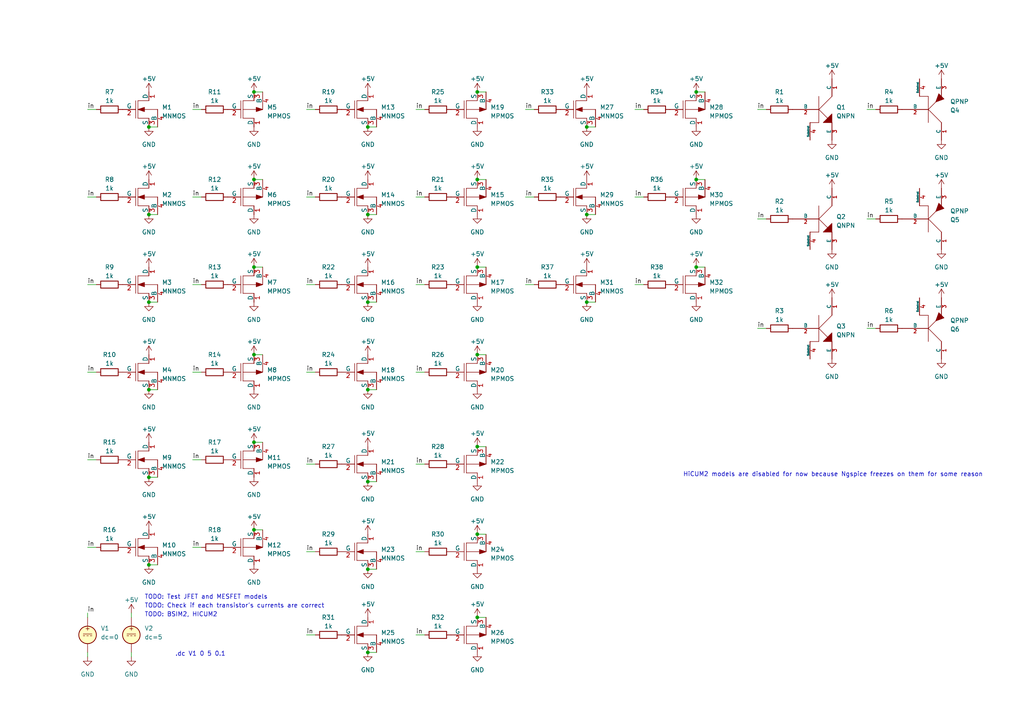
<source format=kicad_sch>
(kicad_sch (version 20220622) (generator eeschema)
  (paper "A4")
  (junction (at 73.66 102.87))
  (junction (at 73.66 77.47))
  (junction (at 138.43 52.07))
  (junction (at 106.68 139.7))
  (junction (at 170.18 87.63))
  (junction (at 43.18 36.83))
  (junction (at 138.43 179.07))
  (junction (at 73.66 153.67))
  (junction (at 201.93 52.07))
  (junction (at 73.66 26.67))
  (junction (at 106.68 165.1))
  (junction (at 73.66 52.07))
  (junction (at 201.93 26.67))
  (junction (at 106.68 113.03))
  (junction (at 43.18 62.23))
  (junction (at 138.43 154.94))
  (junction (at 73.66 128.27))
  (junction (at 106.68 36.83))
  (junction (at 106.68 189.23))
  (junction (at 43.18 138.43))
  (junction (at 106.68 87.63))
  (junction (at 138.43 129.54))
  (junction (at 138.43 26.67))
  (junction (at 106.68 62.23))
  (junction (at 43.18 163.83))
  (junction (at 201.93 77.47))
  (junction (at 170.18 36.83))
  (junction (at 138.43 102.87))
  (junction (at 138.43 77.47))
  (junction (at 43.18 113.03))
  (junction (at 43.18 87.63))
  (junction (at 170.18 62.23))
  (wire (pts (xy 76.2 102.87) (xy 73.66 102.87)))
  (wire (pts (xy 25.4 31.75) (xy 27.94 31.75)))
  (wire (pts (xy 219.71 95.25) (xy 222.25 95.25)))
  (wire (pts (xy 172.72 36.83) (xy 170.18 36.83)))
  (wire (pts (xy 76.2 52.07) (xy 73.66 52.07)))
  (wire (pts (xy 88.9 160.02) (xy 91.44 160.02)))
  (wire (pts (xy 152.4 82.55) (xy 154.94 82.55)))
  (wire (pts (xy 184.15 57.15) (xy 186.69 57.15)))
  (wire (pts (xy 25.4 189.23) (xy 25.4 190.5)))
  (wire (pts (xy 109.22 139.7) (xy 106.68 139.7)))
  (wire (pts (xy 109.22 62.23) (xy 106.68 62.23)))
  (wire (pts (xy 172.72 62.23) (xy 170.18 62.23)))
  (wire (pts (xy 251.46 63.5) (xy 254 63.5)))
  (wire (pts (xy 219.71 63.5) (xy 222.25 63.5)))
  (wire (pts (xy 109.22 165.1) (xy 106.68 165.1)))
  (wire (pts (xy 45.72 87.63) (xy 43.18 87.63)))
  (wire (pts (xy 152.4 31.75) (xy 154.94 31.75)))
  (wire (pts (xy 55.88 158.75) (xy 58.42 158.75)))
  (wire (pts (xy 184.15 31.75) (xy 186.69 31.75)))
  (wire (pts (xy 251.46 95.25) (xy 254 95.25)))
  (wire (pts (xy 204.47 77.47) (xy 201.93 77.47)))
  (wire (pts (xy 184.15 82.55) (xy 186.69 82.55)))
  (wire (pts (xy 140.97 154.94) (xy 138.43 154.94)))
  (wire (pts (xy 172.72 87.63) (xy 170.18 87.63)))
  (wire (pts (xy 140.97 102.87) (xy 138.43 102.87)))
  (wire (pts (xy 45.72 113.03) (xy 43.18 113.03)))
  (wire (pts (xy 109.22 113.03) (xy 106.68 113.03)))
  (wire (pts (xy 140.97 52.07) (xy 138.43 52.07)))
  (wire (pts (xy 120.65 107.95) (xy 123.19 107.95)))
  (wire (pts (xy 76.2 128.27) (xy 73.66 128.27)))
  (wire (pts (xy 88.9 31.75) (xy 91.44 31.75)))
  (wire (pts (xy 152.4 57.15) (xy 154.94 57.15)))
  (wire (pts (xy 76.2 77.47) (xy 73.66 77.47)))
  (wire (pts (xy 45.72 62.23) (xy 43.18 62.23)))
  (wire (pts (xy 25.4 107.95) (xy 27.94 107.95)))
  (wire (pts (xy 251.46 31.75) (xy 254 31.75)))
  (wire (pts (xy 219.71 31.75) (xy 222.25 31.75)))
  (wire (pts (xy 120.65 57.15) (xy 123.19 57.15)))
  (wire (pts (xy 25.4 133.35) (xy 27.94 133.35)))
  (wire (pts (xy 109.22 87.63) (xy 106.68 87.63)))
  (wire (pts (xy 120.65 160.02) (xy 123.19 160.02)))
  (wire (pts (xy 88.9 184.15) (xy 91.44 184.15)))
  (wire (pts (xy 204.47 52.07) (xy 201.93 52.07)))
  (wire (pts (xy 55.88 57.15) (xy 58.42 57.15)))
  (wire (pts (xy 25.4 82.55) (xy 27.94 82.55)))
  (wire (pts (xy 109.22 189.23) (xy 106.68 189.23)))
  (wire (pts (xy 140.97 26.67) (xy 138.43 26.67)))
  (wire (pts (xy 45.72 36.83) (xy 43.18 36.83)))
  (wire (pts (xy 88.9 107.95) (xy 91.44 107.95)))
  (wire (pts (xy 140.97 129.54) (xy 138.43 129.54)))
  (wire (pts (xy 55.88 82.55) (xy 58.42 82.55)))
  (wire (pts (xy 55.88 31.75) (xy 58.42 31.75)))
  (wire (pts (xy 120.65 134.62) (xy 123.19 134.62)))
  (wire (pts (xy 38.1 177.8) (xy 38.1 179.07)))
  (wire (pts (xy 45.72 138.43) (xy 43.18 138.43)))
  (wire (pts (xy 76.2 26.67) (xy 73.66 26.67)))
  (wire (pts (xy 204.47 26.67) (xy 201.93 26.67)))
  (wire (pts (xy 120.65 184.15) (xy 123.19 184.15)))
  (wire (pts (xy 45.72 163.83) (xy 43.18 163.83)))
  (wire (pts (xy 25.4 57.15) (xy 27.94 57.15)))
  (wire (pts (xy 120.65 31.75) (xy 123.19 31.75)))
  (wire (pts (xy 140.97 77.47) (xy 138.43 77.47)))
  (wire (pts (xy 120.65 82.55) (xy 123.19 82.55)))
  (wire (pts (xy 88.9 134.62) (xy 91.44 134.62)))
  (wire (pts (xy 25.4 158.75) (xy 27.94 158.75)))
  (wire (pts (xy 55.88 107.95) (xy 58.42 107.95)))
  (wire (pts (xy 109.22 36.83) (xy 106.68 36.83)))
  (wire (pts (xy 38.1 189.23) (xy 38.1 190.5)))
  (wire (pts (xy 140.97 179.07) (xy 138.43 179.07)))
  (wire (pts (xy 88.9 82.55) (xy 91.44 82.55)))
  (wire (pts (xy 25.4 177.8) (xy 25.4 179.07)))
  (wire (pts (xy 88.9 57.15) (xy 91.44 57.15)))
  (wire (pts (xy 55.88 133.35) (xy 58.42 133.35)))
  (wire (pts (xy 76.2 153.67) (xy 73.66 153.67)))
  (text "HiCUM2 models are disabled for now because Ngspice freezes on them for some reason" (at 198.12 138.43 0) (effects (font (size 1.27 1.27)) (justify left bottom)))
  (text "TODO: BSIM2, HICUM2" (at 41.91 179.07 0) (effects (font (size 1.27 1.27)) (justify left bottom)))
  (text "TODO: Check if each transistor's currents are correct" (at 41.91 176.53 0) (effects (font (size 1.27 1.27)) (justify left bottom)))
  (text ".dc V1 0 5 0.1" (at 50.8 190.5 0) (effects (font (size 1.27 1.27)) (justify left bottom)))
  (text "TODO: Test JFET and MESFET models" (at 41.91 173.99 0) (effects (font (size 1.27 1.27)) (justify left bottom)))
  (label "in" (at 55.88 107.95 0))
  (label "in" (at 219.71 31.75 0))
  (label "in" (at 120.65 184.15 0))
  (label "in" (at 55.88 82.55 0))
  (label "in" (at 219.71 63.5 0))
  (label "in" (at 88.9 57.15 0))
  (label "in" (at 88.9 31.75 0))
  (label "in" (at 251.46 31.75 0))
  (label "in" (at 55.88 133.35 0))
  (label "in" (at 25.4 177.8 0))
  (label "in" (at 55.88 31.75 0))
  (label "in" (at 55.88 57.15 0))
  (label "in" (at 120.65 57.15 0))
  (label "in" (at 88.9 160.02 0))
  (label "in" (at 120.65 134.62 0))
  (label "in" (at 88.9 82.55 0))
  (label "in" (at 219.71 95.25 0))
  (label "in" (at 120.65 160.02 0))
  (label "in" (at 152.4 31.75 0))
  (label "in" (at 120.65 82.55 0))
  (label "in" (at 25.4 133.35 0))
  (label "in" (at 25.4 57.15 0))
  (label "in" (at 25.4 107.95 0))
  (label "in" (at 152.4 82.55 0))
  (label "in" (at 184.15 31.75 0))
  (label "in" (at 184.15 57.15 0))
  (label "in" (at 55.88 158.75 0))
  (label "in" (at 88.9 134.62 0))
  (label "in" (at 25.4 158.75 0))
  (label "in" (at 152.4 57.15 0))
  (label "in" (at 88.9 184.15 0))
  (label "in" (at 25.4 31.75 0))
  (label "in" (at 120.65 107.95 0))
  (label "in" (at 251.46 95.25 0))
  (label "in" (at 25.4 82.55 0))
  (label "in" (at 88.9 107.95 0))
  (label "in" (at 120.65 31.75 0))
  (label "in" (at 251.46 63.5 0))
  (label "in" (at 184.15 82.55 0))
  (symbol (lib_id "power:+5V") (at 170.18 26.67 0) (unit 1)
    (default_instance (reference "#PWR") (unit 1) (value "+5V") (footprint ""))
    (property "Reference" "#PWR068" (effects hide))
    (property "Value" "+5V" (at 170.18 22.86 0))
  )
  (symbol (lib_id "pspice:MPMOS") (at 199.39 31.75 0) (unit 1)
    (default_instance (reference "M") (unit 1) (value "MPMOS") (footprint ""))
    (property "Reference" "M28" (at 205.74 31.115 0) (effects (justify left)))
    (property "Value" "MPMOS" (at 205.74 33.655 0) (effects (justify left)))
    (property "Sim.Device" "PMOS" (effects hide))
    (property "Sim.Type" "HISIM2" (effects hide))
    (property "Sim.Pins" "1 2 3 4" (effects hide))
    (property "Sim_Name" "PMOS_HISIM2" (effects hide))
    (property "Sim_Library" "instance_params.lib.spice" (effects hide))
    (property "Sim.Params" "m=1 l=2 w=3 ad=4 as=5 pd=6 ps=7 nrd=8 nrs=9" (effects hide))
  )
  (symbol (lib_id "pspice:QPNP") (at 269.24 63.5 0) (mirror x) (unit 1)
    (default_instance (reference "Q") (unit 1) (value "QPNP") (footprint ""))
    (property "Reference" "Q5" (at 275.59 63.754 0) (effects (justify left)))
    (property "Value" "QPNP" (at 275.59 61.214 0) (effects (justify left)))
    (property "Sim_Name" "PNP_VBIC" (effects hide))
    (property "Sim_Library" "instance_params.lib.spice" (effects hide))
    (property "Sim.Device" "PNP" (effects hide))
    (property "Sim.Type" "VBIC" (effects hide))
    (property "Sim.Pins" "1 2 3" (effects hide))
    (property "Sim.Params" "m=1 area=2" (effects hide))
  )
  (symbol (lib_id "power:GND") (at 106.68 165.1 0) (unit 1)
    (default_instance (reference "#PWR") (unit 1) (value "GND") (footprint ""))
    (property "Reference" "#PWR061" (effects hide))
    (property "Value" "GND" (at 106.68 170.18 0))
  )
  (symbol (lib_id "power:+5V") (at 201.93 52.07 0) (unit 1)
    (default_instance (reference "#PWR") (unit 1) (value "+5V") (footprint ""))
    (property "Reference" "#PWR074" (effects hide))
    (property "Value" "+5V" (at 201.93 48.26 0))
  )
  (symbol (lib_id "power:GND") (at 201.93 62.23 0) (unit 1)
    (default_instance (reference "#PWR") (unit 1) (value "GND") (footprint ""))
    (property "Reference" "#PWR075" (effects hide))
    (property "Value" "GND" (at 201.93 67.31 0))
  )
  (symbol (lib_id "pspice:MNMOS") (at 104.14 160.02 0) (unit 1)
    (default_instance (reference "M") (unit 1) (value "MNMOS") (footprint ""))
    (property "Reference" "M23" (at 110.49 159.385 0) (effects (justify left)))
    (property "Value" "MNMOS" (at 110.49 161.925 0) (effects (justify left)))
    (property "Sim.Device" "NMOS" (effects hide))
    (property "Sim.Type" "B3SOIDD" (effects hide))
    (property "Sim.Pins" "1 2 3 4" (effects hide))
    (property "Sim_Name" "NMOS_B3SOIDD" (effects hide))
    (property "Sim_Library" "instance_params.lib.spice" (effects hide))
    (property "Sim.Params" "l=1 w=2" (effects hide))
  )
  (symbol (lib_id "power:GND") (at 170.18 62.23 0) (unit 1)
    (default_instance (reference "#PWR") (unit 1) (value "GND") (footprint ""))
    (property "Reference" "#PWR073" (effects hide))
    (property "Value" "GND" (at 170.18 67.31 0))
  )
  (symbol (lib_id "power:GND") (at 73.66 87.63 0) (unit 1)
    (default_instance (reference "#PWR") (unit 1) (value "GND") (footprint ""))
    (property "Reference" "#PWR029" (effects hide))
    (property "Value" "GND" (at 73.66 92.71 0))
  )
  (symbol (lib_id "pspice:MNMOS") (at 104.14 57.15 0) (unit 1)
    (default_instance (reference "M") (unit 1) (value "MNMOS") (footprint ""))
    (property "Reference" "M14" (at 110.49 56.515 0) (effects (justify left)))
    (property "Value" "MNMOS" (at 110.49 59.055 0) (effects (justify left)))
    (property "Sim.Device" "NMOS" (effects hide))
    (property "Sim.Type" "MOS9" (effects hide))
    (property "Sim.Pins" "1 2 3 4" (effects hide))
    (property "Sim_Name" "NMOS_MOS9" (effects hide))
    (property "Sim_Library" "instance_params.lib.spice" (effects hide))
    (property "Sim.Params" "m=1 l=2 w=3 ad=4 as=5 pd=6 ps=7 nrd=8 nrs=9" (effects hide))
  )
  (symbol (lib_id "Device:R") (at 127 57.15 90) (unit 1)
    (default_instance (reference "R") (unit 1) (value "R") (footprint ""))
    (property "Reference" "R21" (at 127 52.07 90))
    (property "Value" "1k" (at 127 54.61 90))
  )
  (symbol (lib_id "power:GND") (at 43.18 87.63 0) (unit 1)
    (default_instance (reference "#PWR") (unit 1) (value "GND") (footprint ""))
    (property "Reference" "#PWR021" (effects hide))
    (property "Value" "GND" (at 43.18 92.71 0))
  )
  (symbol (lib_id "pspice:MPMOS") (at 71.12 107.95 0) (unit 1)
    (default_instance (reference "M") (unit 1) (value "MPMOS") (footprint ""))
    (property "Reference" "M8" (at 77.47 107.315 0) (effects (justify left)))
    (property "Value" "MPMOS" (at 77.47 109.855 0) (effects (justify left)))
    (property "Sim.Device" "PMOS" (effects hide))
    (property "Sim_Name" "PMOS_BSIM1" (effects hide))
    (property "Sim_Library" "instance_params.lib.spice" (effects hide))
    (property "Sim.Type" "BSIM1" (effects hide))
    (property "Sim.Pins" "1 2 3 4" (effects hide))
    (property "Sim.Params" "l=1 w=2 m=3 ad=4 as=5 pd=6 ps=7 nrd=8 nrs=9" (effects hide))
  )
  (symbol (lib_id "power:+5V") (at 273.05 22.86 0) (unit 1)
    (default_instance (reference "#PWR") (unit 1) (value "+5V") (footprint ""))
    (property "Reference" "#PWR07" (effects hide))
    (property "Value" "+5V" (at 273.05 19.05 0))
  )
  (symbol (lib_id "pspice:MNMOS") (at 40.64 158.75 0) (unit 1)
    (default_instance (reference "M") (unit 1) (value "MNMOS") (footprint ""))
    (property "Reference" "M10" (at 46.99 158.115 0) (effects (justify left)))
    (property "Value" "MNMOS" (at 46.99 160.655 0) (effects (justify left)))
    (property "Sim.Device" "NMOS" (effects hide))
    (property "Sim_Name" "NMOS_MOS6" (effects hide))
    (property "Sim_Library" "instance_params.lib.spice" (effects hide))
    (property "Sim.Type" "MOS6" (effects hide))
    (property "Sim.Pins" "1 2 3 4" (effects hide))
    (property "Sim.Params" "l=1 w=2 m=3 ad=4 as=5 pd=6 ps=7 nrd=8 nrs=9" (effects hide))
  )
  (symbol (lib_id "pspice:MPMOS") (at 135.89 31.75 0) (unit 1)
    (default_instance (reference "M") (unit 1) (value "MPMOS") (footprint ""))
    (property "Reference" "M19" (at 142.24 31.115 0) (effects (justify left)))
    (property "Value" "MPMOS" (at 142.24 33.655 0) (effects (justify left)))
    (property "Sim.Device" "PMOS" (effects hide))
    (property "Sim.Type" "BSIM3" (effects hide))
    (property "Sim.Pins" "1 2 3 4" (effects hide))
    (property "Sim_Name" "PMOS_BSIM3" (effects hide))
    (property "Sim_Library" "instance_params.lib.spice" (effects hide))
    (property "Sim.Params" "l=1 w=2 m=3 ad=4 as=5 pd=6 ps=7 nrd=8 nrs=9" (effects hide))
  )
  (symbol (lib_id "Device:R") (at 95.25 57.15 90) (unit 1)
    (default_instance (reference "R") (unit 1) (value "R") (footprint ""))
    (property "Reference" "R20" (at 95.25 52.07 90))
    (property "Value" "1k" (at 95.25 54.61 90))
  )
  (symbol (lib_id "power:+5V") (at 43.18 102.87 0) (unit 1)
    (default_instance (reference "#PWR") (unit 1) (value "+5V") (footprint ""))
    (property "Reference" "#PWR022" (effects hide))
    (property "Value" "+5V" (at 43.18 99.06 0))
  )
  (symbol (lib_id "Device:R") (at 190.5 82.55 90) (unit 1)
    (default_instance (reference "R") (unit 1) (value "R") (footprint ""))
    (property "Reference" "R38" (at 190.5 77.47 90))
    (property "Value" "1k" (at 190.5 80.01 90))
  )
  (symbol (lib_id "Device:R") (at 31.75 31.75 90) (unit 1)
    (default_instance (reference "R") (unit 1) (value "R") (footprint ""))
    (property "Reference" "R7" (at 31.75 26.67 90))
    (property "Value" "1k" (at 31.75 29.21 90))
  )
  (symbol (lib_id "pspice:MPMOS") (at 199.39 57.15 0) (unit 1)
    (default_instance (reference "M") (unit 1) (value "MPMOS") (footprint ""))
    (property "Reference" "M30" (at 205.74 56.515 0) (effects (justify left)))
    (property "Value" "MPMOS" (at 205.74 59.055 0) (effects (justify left)))
    (property "Sim.Device" "PMOS" (effects hide))
    (property "Sim.Type" "B3SOIPD" (effects hide))
    (property "Sim.Pins" "1 2 3 4" (effects hide))
    (property "Sim_Name" "PMOS_B3SOIPD" (effects hide))
    (property "Sim_Library" "instance_params.lib.spice" (effects hide))
    (property "Sim.Params" "m=1 l=2 w=3 ad=4 as=5 pd=6 ps=7 nrd=8 nrs=9" (effects hide))
  )
  (symbol (lib_id "power:+5V") (at 170.18 77.47 0) (unit 1)
    (default_instance (reference "#PWR") (unit 1) (value "+5V") (footprint ""))
    (property "Reference" "#PWR076" (effects hide))
    (property "Value" "+5V" (at 170.18 73.66 0))
  )
  (symbol (lib_id "power:+5V") (at 241.3 86.36 0) (unit 1)
    (default_instance (reference "#PWR") (unit 1) (value "+5V") (footprint ""))
    (property "Reference" "#PWR05" (effects hide))
    (property "Value" "+5V" (at 241.3 82.55 0))
  )
  (symbol (lib_id "power:GND") (at 273.05 72.39 0) (unit 1)
    (default_instance (reference "#PWR") (unit 1) (value "GND") (footprint ""))
    (property "Reference" "#PWR010" (effects hide))
    (property "Value" "GND" (at 273.05 77.47 0))
  )
  (symbol (lib_id "pspice:MNMOS") (at 40.64 57.15 0) (unit 1)
    (default_instance (reference "M") (unit 1) (value "MNMOS") (footprint ""))
    (property "Reference" "M2" (at 46.99 56.515 0) (effects (justify left)))
    (property "Value" "MNMOS" (at 46.99 59.055 0) (effects (justify left)))
    (property "Sim.Device" "NMOS" (effects hide))
    (property "Sim_Name" "NMOS_MOS2" (effects hide))
    (property "Sim_Library" "instance_params.lib.spice" (effects hide))
    (property "Sim.Type" "MOS2" (effects hide))
    (property "Sim.Pins" "1 2 3 4" (effects hide))
    (property "Sim.Params" "m=1 l=2 w=3 ad=4 as=5 pd=6 ps=7" (effects hide))
  )
  (symbol (lib_id "power:+5V") (at 170.18 52.07 0) (unit 1)
    (default_instance (reference "#PWR") (unit 1) (value "+5V") (footprint ""))
    (property "Reference" "#PWR072" (effects hide))
    (property "Value" "+5V" (at 170.18 48.26 0))
  )
  (symbol (lib_id "Device:R") (at 127 160.02 90) (unit 1)
    (default_instance (reference "R") (unit 1) (value "R") (footprint ""))
    (property "Reference" "R30" (at 127 154.94 90))
    (property "Value" "1k" (at 127 157.48 90))
  )
  (symbol (lib_id "pspice:QNPN") (at 237.49 95.25 0) (unit 1)
    (default_instance (reference "Q") (unit 1) (value "QNPN") (footprint ""))
    (property "Reference" "Q3" (at 242.57 94.615 0) (effects (justify left)))
    (property "Value" "QNPN" (at 242.57 97.155 0) (effects (justify left)))
    (property "Sim_Name" "NPN_HICUM2" (effects hide))
    (property "Sim_Library" "instance_params.lib.spice" (effects hide))
    (property "Sim.Device" "NPN" (effects hide))
    (property "Sim.Type" "HICUML2" (effects hide))
    (property "Sim.Pins" "1 2 3" (effects hide))
    (property "Sim_Disabled" "1" (effects hide))
  )
  (symbol (lib_id "power:+5V") (at 106.68 154.94 0) (unit 1)
    (default_instance (reference "#PWR") (unit 1) (value "+5V") (footprint ""))
    (property "Reference" "#PWR060" (effects hide))
    (property "Value" "+5V" (at 106.68 151.13 0))
  )
  (symbol (lib_id "power:+5V") (at 43.18 128.27 0) (unit 1)
    (default_instance (reference "#PWR") (unit 1) (value "+5V") (footprint ""))
    (property "Reference" "#PWR032" (effects hide))
    (property "Value" "+5V" (at 43.18 124.46 0))
  )
  (symbol (lib_id "power:GND") (at 170.18 36.83 0) (unit 1)
    (default_instance (reference "#PWR") (unit 1) (value "GND") (footprint ""))
    (property "Reference" "#PWR069" (effects hide))
    (property "Value" "GND" (at 170.18 41.91 0))
  )
  (symbol (lib_id "power:+5V") (at 73.66 102.87 0) (unit 1)
    (default_instance (reference "#PWR") (unit 1) (value "+5V") (footprint ""))
    (property "Reference" "#PWR030" (effects hide))
    (property "Value" "+5V" (at 73.66 99.06 0))
  )
  (symbol (lib_id "pspice:MNMOS") (at 40.64 82.55 0) (unit 1)
    (default_instance (reference "M") (unit 1) (value "MNMOS") (footprint ""))
    (property "Reference" "M3" (at 46.99 81.915 0) (effects (justify left)))
    (property "Value" "MNMOS" (at 46.99 84.455 0) (effects (justify left)))
    (property "Sim.Device" "NMOS" (effects hide))
    (property "Sim.Type" "MOS3" (effects hide))
    (property "Sim.Pins" "1 2 3 4" (effects hide))
    (property "Sim_Name" "NMOS_MOS3" (effects hide))
    (property "Sim_Library" "instance_params.lib.spice" (effects hide))
    (property "Sim.Params" "m=1 l=2 w=3 ad=4 as=5 pd=6 ps=7 nrd=8 nrs=9" (effects hide))
  )
  (symbol (lib_id "power:GND") (at 106.68 113.03 0) (unit 1)
    (default_instance (reference "#PWR") (unit 1) (value "GND") (footprint ""))
    (property "Reference" "#PWR051" (effects hide))
    (property "Value" "GND" (at 106.68 118.11 0))
  )
  (symbol (lib_id "power:GND") (at 43.18 163.83 0) (unit 1)
    (default_instance (reference "#PWR") (unit 1) (value "GND") (footprint ""))
    (property "Reference" "#PWR035" (effects hide))
    (property "Value" "GND" (at 43.18 168.91 0))
  )
  (symbol (lib_id "power:GND") (at 170.18 87.63 0) (unit 1)
    (default_instance (reference "#PWR") (unit 1) (value "GND") (footprint ""))
    (property "Reference" "#PWR077" (effects hide))
    (property "Value" "GND" (at 170.18 92.71 0))
  )
  (symbol (lib_id "power:+5V") (at 138.43 154.94 0) (unit 1)
    (default_instance (reference "#PWR") (unit 1) (value "+5V") (footprint ""))
    (property "Reference" "#PWR062" (effects hide))
    (property "Value" "+5V" (at 138.43 151.13 0))
  )
  (symbol (lib_id "Simulation_SPICE:VDC") (at 38.1 184.15 0) (unit 1)
    (default_instance (reference "V") (unit 1) (value "VDC") (footprint ""))
    (property "Reference" "V2" (at 41.91 182.245 0) (effects (justify left)))
    (property "Value" "dc=5" (at 41.91 184.785 0) (effects (justify left)))
  )
  (symbol (lib_id "power:+5V") (at 38.1 177.8 0) (unit 1)
    (default_instance (reference "#PWR") (unit 1) (value "+5V") (footprint ""))
    (property "Reference" "#PWR014" (effects hide))
    (property "Value" "+5V" (at 38.1 173.99 0))
  )
  (symbol (lib_id "power:GND") (at 138.43 36.83 0) (unit 1)
    (default_instance (reference "#PWR") (unit 1) (value "GND") (footprint ""))
    (property "Reference" "#PWR053" (effects hide))
    (property "Value" "GND" (at 138.43 41.91 0))
  )
  (symbol (lib_id "Device:R") (at 127 107.95 90) (unit 1)
    (default_instance (reference "R") (unit 1) (value "R") (footprint ""))
    (property "Reference" "R26" (at 127 102.87 90))
    (property "Value" "1k" (at 127 105.41 90))
  )
  (symbol (lib_id "power:+5V") (at 106.68 52.07 0) (unit 1)
    (default_instance (reference "#PWR") (unit 1) (value "+5V") (footprint ""))
    (property "Reference" "#PWR042" (effects hide))
    (property "Value" "+5V" (at 106.68 48.26 0))
  )
  (symbol (lib_id "power:+5V") (at 106.68 26.67 0) (unit 1)
    (default_instance (reference "#PWR") (unit 1) (value "+5V") (footprint ""))
    (property "Reference" "#PWR040" (effects hide))
    (property "Value" "+5V" (at 106.68 22.86 0))
  )
  (symbol (lib_id "power:+5V") (at 43.18 77.47 0) (unit 1)
    (default_instance (reference "#PWR") (unit 1) (value "+5V") (footprint ""))
    (property "Reference" "#PWR020" (effects hide))
    (property "Value" "+5V" (at 43.18 73.66 0))
  )
  (symbol (lib_id "Device:R") (at 127 134.62 90) (unit 1)
    (default_instance (reference "R") (unit 1) (value "R") (footprint ""))
    (property "Reference" "R28" (at 127 129.54 90))
    (property "Value" "1k" (at 127 132.08 90))
  )
  (symbol (lib_id "Device:R") (at 257.81 95.25 90) (unit 1)
    (default_instance (reference "R") (unit 1) (value "R") (footprint ""))
    (property "Reference" "R6" (at 257.81 90.17 90))
    (property "Value" "1k" (at 257.81 92.71 90))
  )
  (symbol (lib_id "pspice:MPMOS") (at 71.12 158.75 0) (unit 1)
    (default_instance (reference "M") (unit 1) (value "MPMOS") (footprint ""))
    (property "Reference" "M12" (at 77.47 158.115 0) (effects (justify left)))
    (property "Value" "MPMOS" (at 77.47 160.655 0) (effects (justify left)))
    (property "Sim.Device" "PMOS" (effects hide))
    (property "Sim_Name" "PMOS_MOS6" (effects hide))
    (property "Sim_Library" "instance_params.lib.spice" (effects hide))
    (property "Sim.Type" "MOS6" (effects hide))
    (property "Sim.Pins" "1 2 3 4" (effects hide))
    (property "Sim.Params" "l=1 w=2 m=3 ad=4 as=5 pd=6 ps=7 nrd=8 nrs=9" (effects hide))
  )
  (symbol (lib_id "Device:R") (at 190.5 31.75 90) (unit 1)
    (default_instance (reference "R") (unit 1) (value "R") (footprint ""))
    (property "Reference" "R34" (at 190.5 26.67 90))
    (property "Value" "1k" (at 190.5 29.21 90))
  )
  (symbol (lib_id "Device:R") (at 62.23 82.55 90) (unit 1)
    (default_instance (reference "R") (unit 1) (value "R") (footprint ""))
    (property "Reference" "R13" (at 62.23 77.47 90))
    (property "Value" "1k" (at 62.23 80.01 90))
  )
  (symbol (lib_id "power:GND") (at 201.93 36.83 0) (unit 1)
    (default_instance (reference "#PWR") (unit 1) (value "GND") (footprint ""))
    (property "Reference" "#PWR071" (effects hide))
    (property "Value" "GND" (at 201.93 41.91 0))
  )
  (symbol (lib_id "power:+5V") (at 106.68 129.54 0) (unit 1)
    (default_instance (reference "#PWR") (unit 1) (value "+5V") (footprint ""))
    (property "Reference" "#PWR056" (effects hide))
    (property "Value" "+5V" (at 106.68 125.73 0))
  )
  (symbol (lib_id "Device:R") (at 95.25 82.55 90) (unit 1)
    (default_instance (reference "R") (unit 1) (value "R") (footprint ""))
    (property "Reference" "R22" (at 95.25 77.47 90))
    (property "Value" "1k" (at 95.25 80.01 90))
  )
  (symbol (lib_id "pspice:MNMOS") (at 40.64 133.35 0) (unit 1)
    (default_instance (reference "M") (unit 1) (value "MNMOS") (footprint ""))
    (property "Reference" "M9" (at 46.99 132.715 0) (effects (justify left)))
    (property "Value" "MNMOS" (at 46.99 135.255 0) (effects (justify left)))
    (property "Sim.Device" "NMOS" (effects hide))
    (property "Sim.Type" "BSIM2" (effects hide))
    (property "Sim.Pins" "1 2 3 4" (effects hide))
    (property "Sim_Name" "NMOS_BSIM2" (effects hide))
    (property "Sim_Library" "instance_params.lib.spice" (effects hide))
    (property "Sim.Params" "l=1 w=2 m=3 ad=4 as=5 pd=6 ps=7 nrd=8 nrs=9" (effects hide))
    (property "Sim_Disabled" "1" (effects hide))
  )
  (symbol (lib_id "power:+5V") (at 138.43 179.07 0) (unit 1)
    (default_instance (reference "#PWR") (unit 1) (value "+5V") (footprint ""))
    (property "Reference" "#PWR066" (effects hide))
    (property "Value" "+5V" (at 138.43 175.26 0))
  )
  (symbol (lib_id "power:GND") (at 106.68 139.7 0) (unit 1)
    (default_instance (reference "#PWR") (unit 1) (value "GND") (footprint ""))
    (property "Reference" "#PWR057" (effects hide))
    (property "Value" "GND" (at 106.68 144.78 0))
  )
  (symbol (lib_id "pspice:MNMOS") (at 104.14 134.62 0) (unit 1)
    (default_instance (reference "M") (unit 1) (value "MNMOS") (footprint ""))
    (property "Reference" "M21" (at 110.49 133.985 0) (effects (justify left)))
    (property "Value" "MNMOS" (at 110.49 136.525 0) (effects (justify left)))
    (property "Sim.Device" "NMOS" (effects hide))
    (property "Sim.Type" "B3SOIFD" (effects hide))
    (property "Sim.Pins" "1 2 3 4" (effects hide))
    (property "Sim_Name" "NMOS_B3SOIFD" (effects hide))
    (property "Sim_Library" "instance_params.lib.spice" (effects hide))
    (property "Sim.Params" "m=1 l=2 w=3 ad=4 as=5 pd=6 ps=7 nrd=8 nrs=9" (effects hide))
  )
  (symbol (lib_id "pspice:MPMOS") (at 71.12 31.75 0) (unit 1)
    (default_instance (reference "M") (unit 1) (value "MPMOS") (footprint ""))
    (property "Reference" "M5" (at 77.47 31.115 0) (effects (justify left)))
    (property "Value" "MPMOS" (at 77.47 33.655 0) (effects (justify left)))
    (property "Sim.Device" "PMOS" (effects hide))
    (property "Sim.Type" "MOS1" (effects hide))
    (property "Sim.Pins" "1 2 3 4" (effects hide))
    (property "Sim_Name" "PMOS_MOS1" (effects hide))
    (property "Sim_Library" "instance_params.lib.spice" (effects hide))
    (property "Sim.Params" "m=1 l=2 w=3 ad=4 as=5 pd=6 ps=7" (effects hide))
  )
  (symbol (lib_id "pspice:QNPN") (at 237.49 31.75 0) (unit 1)
    (default_instance (reference "Q") (unit 1) (value "QNPN") (footprint ""))
    (property "Reference" "Q1" (at 242.57 31.115 0) (effects (justify left)))
    (property "Value" "QNPN" (at 242.57 33.655 0) (effects (justify left)))
    (property "Sim_Name" "NPN_GUMMELPOON" (effects hide))
    (property "Sim_Library" "instance_params.lib.spice" (effects hide))
    (property "Sim.Device" "NPN" (effects hide))
    (property "Sim.Type" "GUMMELPOON" (effects hide))
    (property "Sim.Pins" "1 2 3" (effects hide))
    (property "Sim.Params" "m=1 area=2 areab=3 areac=4" (effects hide))
  )
  (symbol (lib_id "Simulation_SPICE:VDC") (at 25.4 184.15 0) (unit 1)
    (default_instance (reference "V") (unit 1) (value "VDC") (footprint ""))
    (property "Reference" "V1" (at 29.21 182.245 0) (effects (justify left)))
    (property "Value" "dc=0" (at 29.21 184.785 0) (effects (justify left)))
  )
  (symbol (lib_id "Device:R") (at 226.06 95.25 90) (unit 1)
    (default_instance (reference "R") (unit 1) (value "R") (footprint ""))
    (property "Reference" "R3" (at 226.06 90.17 90))
    (property "Value" "1k" (at 226.06 92.71 90))
  )
  (symbol (lib_id "power:+5V") (at 138.43 77.47 0) (unit 1)
    (default_instance (reference "#PWR") (unit 1) (value "+5V") (footprint ""))
    (property "Reference" "#PWR048" (effects hide))
    (property "Value" "+5V" (at 138.43 73.66 0))
  )
  (symbol (lib_id "power:+5V") (at 201.93 77.47 0) (unit 1)
    (default_instance (reference "#PWR") (unit 1) (value "+5V") (footprint ""))
    (property "Reference" "#PWR078" (effects hide))
    (property "Value" "+5V" (at 201.93 73.66 0))
  )
  (symbol (lib_id "power:GND") (at 73.66 163.83 0) (unit 1)
    (default_instance (reference "#PWR") (unit 1) (value "GND") (footprint ""))
    (property "Reference" "#PWR039" (effects hide))
    (property "Value" "GND" (at 73.66 168.91 0))
  )
  (symbol (lib_id "power:GND") (at 73.66 138.43 0) (unit 1)
    (default_instance (reference "#PWR") (unit 1) (value "GND") (footprint ""))
    (property "Reference" "#PWR037" (effects hide))
    (property "Value" "GND" (at 73.66 143.51 0))
  )
  (symbol (lib_id "Device:R") (at 257.81 63.5 90) (unit 1)
    (default_instance (reference "R") (unit 1) (value "R") (footprint ""))
    (property "Reference" "R5" (at 257.81 58.42 90))
    (property "Value" "1k" (at 257.81 60.96 90))
  )
  (symbol (lib_id "power:GND") (at 138.43 87.63 0) (unit 1)
    (default_instance (reference "#PWR") (unit 1) (value "GND") (footprint ""))
    (property "Reference" "#PWR049" (effects hide))
    (property "Value" "GND" (at 138.43 92.71 0))
  )
  (symbol (lib_id "pspice:QNPN") (at 237.49 63.5 0) (unit 1)
    (default_instance (reference "Q") (unit 1) (value "QNPN") (footprint ""))
    (property "Reference" "Q2" (at 242.57 62.865 0) (effects (justify left)))
    (property "Value" "QNPN" (at 242.57 65.405 0) (effects (justify left)))
    (property "Sim_Name" "NPN_VBIC" (effects hide))
    (property "Sim_Library" "instance_params.lib.spice" (effects hide))
    (property "Sim.Device" "NPN" (effects hide))
    (property "Sim.Type" "VBIC" (effects hide))
    (property "Sim.Pins" "1 2 3" (effects hide))
    (property "Sim.Params" "m=1 area=2" (effects hide))
  )
  (symbol (lib_id "power:GND") (at 241.3 104.14 0) (unit 1)
    (default_instance (reference "#PWR") (unit 1) (value "GND") (footprint ""))
    (property "Reference" "#PWR06" (effects hide))
    (property "Value" "GND" (at 241.3 109.22 0))
  )
  (symbol (lib_id "Device:R") (at 62.23 158.75 90) (unit 1)
    (default_instance (reference "R") (unit 1) (value "R") (footprint ""))
    (property "Reference" "R18" (at 62.23 153.67 90))
    (property "Value" "1k" (at 62.23 156.21 90))
  )
  (symbol (lib_id "Device:R") (at 31.75 107.95 90) (unit 1)
    (default_instance (reference "R") (unit 1) (value "R") (footprint ""))
    (property "Reference" "R10" (at 31.75 102.87 90))
    (property "Value" "1k" (at 31.75 105.41 90))
  )
  (symbol (lib_id "Device:R") (at 127 31.75 90) (unit 1)
    (default_instance (reference "R") (unit 1) (value "R") (footprint ""))
    (property "Reference" "R25" (at 127 26.67 90))
    (property "Value" "1k" (at 127 29.21 90))
  )
  (symbol (lib_id "power:+5V") (at 138.43 129.54 0) (unit 1)
    (default_instance (reference "#PWR") (unit 1) (value "+5V") (footprint ""))
    (property "Reference" "#PWR058" (effects hide))
    (property "Value" "+5V" (at 138.43 125.73 0))
  )
  (symbol (lib_id "pspice:MPMOS") (at 135.89 160.02 0) (unit 1)
    (default_instance (reference "M") (unit 1) (value "MPMOS") (footprint ""))
    (property "Reference" "M24" (at 142.24 159.385 0) (effects (justify left)))
    (property "Value" "MPMOS" (at 142.24 161.925 0) (effects (justify left)))
    (property "Sim.Device" "PMOS" (effects hide))
    (property "Sim.Type" "B3SOIDD" (effects hide))
    (property "Sim.Pins" "1 2 3 4" (effects hide))
    (property "Sim_Name" "PMOS_B3SOIDD" (effects hide))
    (property "Sim_Library" "instance_params.lib.spice" (effects hide))
    (property "Sim.Params" "l=1 w=2" (effects hide))
  )
  (symbol (lib_id "Device:R") (at 190.5 57.15 90) (unit 1)
    (default_instance (reference "R") (unit 1) (value "R") (footprint ""))
    (property "Reference" "R36" (at 190.5 52.07 90))
    (property "Value" "1k" (at 190.5 54.61 90))
  )
  (symbol (lib_id "Device:R") (at 127 82.55 90) (unit 1)
    (default_instance (reference "R") (unit 1) (value "R") (footprint ""))
    (property "Reference" "R23" (at 127 77.47 90))
    (property "Value" "1k" (at 127 80.01 90))
  )
  (symbol (lib_id "Device:R") (at 31.75 158.75 90) (unit 1)
    (default_instance (reference "R") (unit 1) (value "R") (footprint ""))
    (property "Reference" "R16" (at 31.75 153.67 90))
    (property "Value" "1k" (at 31.75 156.21 90))
  )
  (symbol (lib_id "Device:R") (at 62.23 31.75 90) (unit 1)
    (default_instance (reference "R") (unit 1) (value "R") (footprint ""))
    (property "Reference" "R11" (at 62.23 26.67 90))
    (property "Value" "1k" (at 62.23 29.21 90))
  )
  (symbol (lib_id "power:+5V") (at 106.68 77.47 0) (unit 1)
    (default_instance (reference "#PWR") (unit 1) (value "+5V") (footprint ""))
    (property "Reference" "#PWR046" (effects hide))
    (property "Value" "+5V" (at 106.68 73.66 0))
  )
  (symbol (lib_id "pspice:MPMOS") (at 135.89 184.15 0) (unit 1)
    (default_instance (reference "M") (unit 1) (value "MPMOS") (footprint ""))
    (property "Reference" "M26" (at 142.24 183.515 0) (effects (justify left)))
    (property "Value" "MPMOS" (at 142.24 186.055 0) (effects (justify left)))
    (property "Sim.Device" "PMOS" (effects hide))
    (property "Sim.Type" "B3SOIPD" (effects hide))
    (property "Sim.Pins" "1 2 3 4" (effects hide))
    (property "Sim_Name" "PMOS_B3SOIPD" (effects hide))
    (property "Sim_Library" "instance_params.lib.spice" (effects hide))
    (property "Sim.Params" "m=1 l=2 w=3 ad=4 as=5 pd=6 ps=7 nrd=8 nrs=9" (effects hide))
  )
  (symbol (lib_id "power:GND") (at 73.66 62.23 0) (unit 1)
    (default_instance (reference "#PWR") (unit 1) (value "GND") (footprint ""))
    (property "Reference" "#PWR027" (effects hide))
    (property "Value" "GND" (at 73.66 67.31 0))
  )
  (symbol (lib_id "power:GND") (at 273.05 40.64 0) (unit 1)
    (default_instance (reference "#PWR") (unit 1) (value "GND") (footprint ""))
    (property "Reference" "#PWR08" (effects hide))
    (property "Value" "GND" (at 273.05 45.72 0))
  )
  (symbol (lib_id "power:GND") (at 43.18 36.83 0) (unit 1)
    (default_instance (reference "#PWR") (unit 1) (value "GND") (footprint ""))
    (property "Reference" "#PWR016" (effects hide))
    (property "Value" "GND" (at 43.18 41.91 0))
  )
  (symbol (lib_id "power:GND") (at 43.18 138.43 0) (unit 1)
    (default_instance (reference "#PWR") (unit 1) (value "GND") (footprint ""))
    (property "Reference" "#PWR033" (effects hide))
    (property "Value" "GND" (at 43.18 143.51 0))
  )
  (symbol (lib_id "power:GND") (at 201.93 87.63 0) (unit 1)
    (default_instance (reference "#PWR") (unit 1) (value "GND") (footprint ""))
    (property "Reference" "#PWR079" (effects hide))
    (property "Value" "GND" (at 201.93 92.71 0))
  )
  (symbol (lib_id "pspice:MPMOS") (at 135.89 57.15 0) (unit 1)
    (default_instance (reference "M") (unit 1) (value "MPMOS") (footprint ""))
    (property "Reference" "M15" (at 142.24 56.515 0) (effects (justify left)))
    (property "Value" "MPMOS" (at 142.24 59.055 0) (effects (justify left)))
    (property "Sim.Device" "PMOS" (effects hide))
    (property "Sim.Type" "MOS9" (effects hide))
    (property "Sim.Pins" "1 2 3 4" (effects hide))
    (property "Sim_Name" "PMOS_MOS9" (effects hide))
    (property "Sim_Library" "instance_params.lib.spice" (effects hide))
    (property "Sim.Params" "m=1 l=2 w=3 ad=4 as=5 pd=6 ps=7 nrd=8" (effects hide))
  )
  (symbol (lib_id "pspice:MPMOS") (at 71.12 57.15 0) (unit 1)
    (default_instance (reference "M") (unit 1) (value "MPMOS") (footprint ""))
    (property "Reference" "M6" (at 77.47 56.515 0) (effects (justify left)))
    (property "Value" "MPMOS" (at 77.47 59.055 0) (effects (justify left)))
    (property "Sim.Device" "PMOS" (effects hide))
    (property "Sim_Name" "PMOS_MOS2" (effects hide))
    (property "Sim_Library" "instance_params.lib.spice" (effects hide))
    (property "Sim.Type" "MOS2" (effects hide))
    (property "Sim.Pins" "1 2 3 4" (effects hide))
    (property "Sim.Params" "m=1 l=2 w=3 ad=4 as=5 pd=6 ps=7" (effects hide))
  )
  (symbol (lib_id "power:GND") (at 43.18 113.03 0) (unit 1)
    (default_instance (reference "#PWR") (unit 1) (value "GND") (footprint ""))
    (property "Reference" "#PWR023" (effects hide))
    (property "Value" "GND" (at 43.18 118.11 0))
  )
  (symbol (lib_id "pspice:QPNP") (at 269.24 95.25 0) (mirror x) (unit 1)
    (default_instance (reference "Q") (unit 1) (value "QPNP") (footprint ""))
    (property "Reference" "Q6" (at 275.59 95.504 0) (effects (justify left)))
    (property "Value" "QPNP" (at 275.59 92.964 0) (effects (justify left)))
    (property "Sim_Name" "PNP_HICUM2" (effects hide))
    (property "Sim_Library" "instance_params.lib.spice" (effects hide))
    (property "Sim.Device" "PNP" (effects hide))
    (property "Sim.Type" "HICUML2" (effects hide))
    (property "Sim.Pins" "1 2 3" (effects hide))
    (property "Sim_Disabled" "1" (effects hide))
  )
  (symbol (lib_id "pspice:MPMOS") (at 135.89 82.55 0) (unit 1)
    (default_instance (reference "M") (unit 1) (value "MPMOS") (footprint ""))
    (property "Reference" "M17" (at 142.24 81.915 0) (effects (justify left)))
    (property "Value" "MPMOS" (at 142.24 84.455 0) (effects (justify left)))
    (property "Sim.Device" "PMOS" (effects hide))
    (property "Sim.Type" "B4SOI" (effects hide))
    (property "Sim.Pins" "1 2 3 4" (effects hide))
    (property "Sim_Name" "PMOS_B4SOI" (effects hide))
    (property "Sim_Library" "instance_params.lib.spice" (effects hide))
    (property "Sim.Params" "l=1 w=2 m=3 nf=4 sa=5 sb=6 sd=7 ad=8 as=9 pd=10 ps=11 nrd=12 nrs=13" (effects hide))
  )
  (symbol (lib_id "power:GND") (at 138.43 62.23 0) (unit 1)
    (default_instance (reference "#PWR") (unit 1) (value "GND") (footprint ""))
    (property "Reference" "#PWR045" (effects hide))
    (property "Value" "GND" (at 138.43 67.31 0))
  )
  (symbol (lib_id "power:+5V") (at 43.18 153.67 0) (unit 1)
    (default_instance (reference "#PWR") (unit 1) (value "+5V") (footprint ""))
    (property "Reference" "#PWR034" (effects hide))
    (property "Value" "+5V" (at 43.18 149.86 0))
  )
  (symbol (lib_id "Device:R") (at 62.23 107.95 90) (unit 1)
    (default_instance (reference "R") (unit 1) (value "R") (footprint ""))
    (property "Reference" "R14" (at 62.23 102.87 90))
    (property "Value" "1k" (at 62.23 105.41 90))
  )
  (symbol (lib_id "power:GND") (at 106.68 189.23 0) (unit 1)
    (default_instance (reference "#PWR") (unit 1) (value "GND") (footprint ""))
    (property "Reference" "#PWR065" (effects hide))
    (property "Value" "GND" (at 106.68 194.31 0))
  )
  (symbol (lib_id "power:GND") (at 138.43 165.1 0) (unit 1)
    (default_instance (reference "#PWR") (unit 1) (value "GND") (footprint ""))
    (property "Reference" "#PWR063" (effects hide))
    (property "Value" "GND" (at 138.43 170.18 0))
  )
  (symbol (lib_id "power:GND") (at 106.68 87.63 0) (unit 1)
    (default_instance (reference "#PWR") (unit 1) (value "GND") (footprint ""))
    (property "Reference" "#PWR047" (effects hide))
    (property "Value" "GND" (at 106.68 92.71 0))
  )
  (symbol (lib_id "power:+5V") (at 73.66 153.67 0) (unit 1)
    (default_instance (reference "#PWR") (unit 1) (value "+5V") (footprint ""))
    (property "Reference" "#PWR038" (effects hide))
    (property "Value" "+5V" (at 73.66 149.86 0))
  )
  (symbol (lib_id "power:GND") (at 138.43 189.23 0) (unit 1)
    (default_instance (reference "#PWR") (unit 1) (value "GND") (footprint ""))
    (property "Reference" "#PWR067" (effects hide))
    (property "Value" "GND" (at 138.43 194.31 0))
  )
  (symbol (lib_id "Device:R") (at 158.75 31.75 90) (unit 1)
    (default_instance (reference "R") (unit 1) (value "R") (footprint ""))
    (property "Reference" "R33" (at 158.75 26.67 90))
    (property "Value" "1k" (at 158.75 29.21 90))
  )
  (symbol (lib_id "pspice:MNMOS") (at 104.14 31.75 0) (unit 1)
    (default_instance (reference "M") (unit 1) (value "MNMOS") (footprint ""))
    (property "Reference" "M13" (at 110.49 31.115 0) (effects (justify left)))
    (property "Value" "MNMOS" (at 110.49 33.655 0) (effects (justify left)))
    (property "Sim.Device" "NMOS" (effects hide))
    (property "Sim.Type" "BSIM3" (effects hide))
    (property "Sim.Pins" "1 2 3 4" (effects hide))
    (property "Sim_Name" "NMOS_BSIM3" (effects hide))
    (property "Sim_Library" "instance_params.lib.spice" (effects hide))
    (property "Sim.Params" "l=1 w=2 m=3 ad=4 as=5 pd=6 ps=7 nrd=8 nrs=9" (effects hide))
  )
  (symbol (lib_id "power:GND") (at 106.68 36.83 0) (unit 1)
    (default_instance (reference "#PWR") (unit 1) (value "GND") (footprint ""))
    (property "Reference" "#PWR041" (effects hide))
    (property "Value" "GND" (at 106.68 41.91 0))
  )
  (symbol (lib_id "power:+5V") (at 73.66 77.47 0) (unit 1)
    (default_instance (reference "#PWR") (unit 1) (value "+5V") (footprint ""))
    (property "Reference" "#PWR028" (effects hide))
    (property "Value" "+5V" (at 73.66 73.66 0))
  )
  (symbol (lib_id "power:+5V") (at 43.18 52.07 0) (unit 1)
    (default_instance (reference "#PWR") (unit 1) (value "+5V") (footprint ""))
    (property "Reference" "#PWR018" (effects hide))
    (property "Value" "+5V" (at 43.18 48.26 0))
  )
  (symbol (lib_id "power:+5V") (at 273.05 86.36 0) (unit 1)
    (default_instance (reference "#PWR") (unit 1) (value "+5V") (footprint ""))
    (property "Reference" "#PWR011" (effects hide))
    (property "Value" "+5V" (at 273.05 82.55 0))
  )
  (symbol (lib_id "pspice:MNMOS") (at 104.14 184.15 0) (unit 1)
    (default_instance (reference "M") (unit 1) (value "MNMOS") (footprint ""))
    (property "Reference" "M25" (at 110.49 183.515 0) (effects (justify left)))
    (property "Value" "MNMOS" (at 110.49 186.055 0) (effects (justify left)))
    (property "Sim.Device" "NMOS" (effects hide))
    (property "Sim.Type" "B3SOIPD" (effects hide))
    (property "Sim.Pins" "1 2 3 4" (effects hide))
    (property "Sim_Name" "NMOS_B3SOIPD" (effects hide))
    (property "Sim_Library" "instance_params.lib.spice" (effects hide))
    (property "Sim.Params" "m=1 l=2 w=3 ad=4 as=5 pd=6 ps=7 nrd=8 nrs=9" (effects hide))
  )
  (symbol (lib_id "Device:R") (at 226.06 31.75 90) (unit 1)
    (default_instance (reference "R") (unit 1) (value "R") (footprint ""))
    (property "Reference" "R1" (at 226.06 26.67 90))
    (property "Value" "1k" (at 226.06 29.21 90))
  )
  (symbol (lib_id "pspice:MPMOS") (at 199.39 82.55 0) (unit 1)
    (default_instance (reference "M") (unit 1) (value "MPMOS") (footprint ""))
    (property "Reference" "M32" (at 205.74 81.915 0) (effects (justify left)))
    (property "Value" "MPMOS" (at 205.74 84.455 0) (effects (justify left)))
    (property "Sim.Device" "PMOS" (effects hide))
    (property "Sim.Type" "HISIMHV2" (effects hide))
    (property "Sim.Pins" "1 2 3 4" (effects hide))
    (property "Sim_Name" "PMOS_HISIMHV2" (effects hide))
    (property "Sim_Library" "instance_params.lib.spice" (effects hide))
    (property "Sim.Params" "m=1 l=2 w=3 ad=4 as=5 pd=6 ps=7 nrd=8 nrs=9" (effects hide))
  )
  (symbol (lib_id "pspice:MNMOS") (at 167.64 31.75 0) (unit 1)
    (default_instance (reference "M") (unit 1) (value "MNMOS") (footprint ""))
    (property "Reference" "M27" (at 173.99 31.115 0) (effects (justify left)))
    (property "Value" "MNMOS" (at 173.99 33.655 0) (effects (justify left)))
    (property "Sim.Device" "NMOS" (effects hide))
    (property "Sim.Type" "HISIM2" (effects hide))
    (property "Sim.Pins" "1 2 3 4" (effects hide))
    (property "Sim_Name" "NMOS_HISIM2" (effects hide))
    (property "Sim_Library" "instance_params.lib.spice" (effects hide))
    (property "Sim.Params" "m=1 l=2 w=3 ad=4 as=5 pd=6 ps=7 nrd=8 nrs=9" (effects hide))
  )
  (symbol (lib_id "Device:R") (at 31.75 82.55 90) (unit 1)
    (default_instance (reference "R") (unit 1) (value "R") (footprint ""))
    (property "Reference" "R9" (at 31.75 77.47 90))
    (property "Value" "1k" (at 31.75 80.01 90))
  )
  (symbol (lib_id "power:+5V") (at 241.3 22.86 0) (unit 1)
    (default_instance (reference "#PWR") (unit 1) (value "+5V") (footprint ""))
    (property "Reference" "#PWR01" (effects hide))
    (property "Value" "+5V" (at 241.3 19.05 0))
  )
  (symbol (lib_id "power:GND") (at 138.43 113.03 0) (unit 1)
    (default_instance (reference "#PWR") (unit 1) (value "GND") (footprint ""))
    (property "Reference" "#PWR055" (effects hide))
    (property "Value" "GND" (at 138.43 118.11 0))
  )
  (symbol (lib_id "Device:R") (at 31.75 57.15 90) (unit 1)
    (default_instance (reference "R") (unit 1) (value "R") (footprint ""))
    (property "Reference" "R8" (at 31.75 52.07 90))
    (property "Value" "1k" (at 31.75 54.61 90))
  )
  (symbol (lib_id "pspice:MPMOS") (at 71.12 82.55 0) (unit 1)
    (default_instance (reference "M") (unit 1) (value "MPMOS") (footprint ""))
    (property "Reference" "M7" (at 77.47 81.915 0) (effects (justify left)))
    (property "Value" "MPMOS" (at 77.47 84.455 0) (effects (justify left)))
    (property "Sim.Device" "PMOS" (effects hide))
    (property "Sim.Type" "MOS3" (effects hide))
    (property "Sim.Pins" "1 2 3 4" (effects hide))
    (property "Sim_Name" "PMOS_MOS3" (effects hide))
    (property "Sim_Library" "instance_params.lib.spice" (effects hide))
    (property "Sim.Params" "m=1 l=2 w=3 ad=4 as=5 pd=6 ps=7 nrd=8 nrs=9" (effects hide))
  )
  (symbol (lib_id "power:GND") (at 73.66 113.03 0) (unit 1)
    (default_instance (reference "#PWR") (unit 1) (value "GND") (footprint ""))
    (property "Reference" "#PWR031" (effects hide))
    (property "Value" "GND" (at 73.66 118.11 0))
  )
  (symbol (lib_id "Device:R") (at 95.25 184.15 90) (unit 1)
    (default_instance (reference "R") (unit 1) (value "R") (footprint ""))
    (property "Reference" "R31" (at 95.25 179.07 90))
    (property "Value" "1k" (at 95.25 181.61 90))
  )
  (symbol (lib_id "power:+5V") (at 138.43 102.87 0) (unit 1)
    (default_instance (reference "#PWR") (unit 1) (value "+5V") (footprint ""))
    (property "Reference" "#PWR054" (effects hide))
    (property "Value" "+5V" (at 138.43 99.06 0))
  )
  (symbol (lib_id "Device:R") (at 31.75 133.35 90) (unit 1)
    (default_instance (reference "R") (unit 1) (value "R") (footprint ""))
    (property "Reference" "R15" (at 31.75 128.27 90))
    (property "Value" "1k" (at 31.75 130.81 90))
  )
  (symbol (lib_id "power:+5V") (at 241.3 54.61 0) (unit 1)
    (default_instance (reference "#PWR") (unit 1) (value "+5V") (footprint ""))
    (property "Reference" "#PWR03" (effects hide))
    (property "Value" "+5V" (at 241.3 50.8 0))
  )
  (symbol (lib_id "Device:R") (at 95.25 107.95 90) (unit 1)
    (default_instance (reference "R") (unit 1) (value "R") (footprint ""))
    (property "Reference" "R24" (at 95.25 102.87 90))
    (property "Value" "1k" (at 95.25 105.41 90))
  )
  (symbol (lib_id "power:GND") (at 241.3 40.64 0) (unit 1)
    (default_instance (reference "#PWR") (unit 1) (value "GND") (footprint ""))
    (property "Reference" "#PWR02" (effects hide))
    (property "Value" "GND" (at 241.3 45.72 0))
  )
  (symbol (lib_id "power:+5V") (at 73.66 26.67 0) (unit 1)
    (default_instance (reference "#PWR") (unit 1) (value "+5V") (footprint ""))
    (property "Reference" "#PWR024" (effects hide))
    (property "Value" "+5V" (at 73.66 22.86 0))
  )
  (symbol (lib_id "pspice:MNMOS") (at 104.14 82.55 0) (unit 1)
    (default_instance (reference "M") (unit 1) (value "MNMOS") (footprint ""))
    (property "Reference" "M16" (at 110.49 81.915 0) (effects (justify left)))
    (property "Value" "MNMOS" (at 110.49 84.455 0) (effects (justify left)))
    (property "Sim.Device" "NMOS" (effects hide))
    (property "Sim.Type" "B4SOI" (effects hide))
    (property "Sim.Pins" "1 2 3 4" (effects hide))
    (property "Sim_Name" "NMOS_B4SOI" (effects hide))
    (property "Sim_Library" "instance_params.lib.spice" (effects hide))
    (property "Sim.Params" "l=1 w=2 m=3 nf=4 sa=5 sb=6 sd=7 ad=8 as=9 pd=10 ps=11 nrd=12 nrs=13" (effects hide))
  )
  (symbol (lib_id "Device:R") (at 62.23 57.15 90) (unit 1)
    (default_instance (reference "R") (unit 1) (value "R") (footprint ""))
    (property "Reference" "R12" (at 62.23 52.07 90))
    (property "Value" "1k" (at 62.23 54.61 90))
  )
  (symbol (lib_id "power:+5V") (at 138.43 52.07 0) (unit 1)
    (default_instance (reference "#PWR") (unit 1) (value "+5V") (footprint ""))
    (property "Reference" "#PWR044" (effects hide))
    (property "Value" "+5V" (at 138.43 48.26 0))
  )
  (symbol (lib_id "power:+5V") (at 73.66 52.07 0) (unit 1)
    (default_instance (reference "#PWR") (unit 1) (value "+5V") (footprint ""))
    (property "Reference" "#PWR026" (effects hide))
    (property "Value" "+5V" (at 73.66 48.26 0))
  )
  (symbol (lib_id "pspice:MNMOS") (at 167.64 57.15 0) (unit 1)
    (default_instance (reference "M") (unit 1) (value "MNMOS") (footprint ""))
    (property "Reference" "M29" (at 173.99 56.515 0) (effects (justify left)))
    (property "Value" "MNMOS" (at 173.99 59.055 0) (effects (justify left)))
    (property "Sim.Device" "NMOS" (effects hide))
    (property "Sim.Type" "HISIMHV1" (effects hide))
    (property "Sim.Pins" "1 2 3 4" (effects hide))
    (property "Sim_Name" "NMOS_HISIMHV1" (effects hide))
    (property "Sim_Library" "instance_params.lib.spice" (effects hide))
    (property "Sim.Params" "m=1 l=2 w=3 ad=4 as=5 pd=6 ps=7 nrd=8 nrs=9" (effects hide))
  )
  (symbol (lib_id "Device:R") (at 158.75 82.55 90) (unit 1)
    (default_instance (reference "R") (unit 1) (value "R") (footprint ""))
    (property "Reference" "R37" (at 158.75 77.47 90))
    (property "Value" "1k" (at 158.75 80.01 90))
  )
  (symbol (lib_id "power:+5V") (at 273.05 54.61 0) (unit 1)
    (default_instance (reference "#PWR") (unit 1) (value "+5V") (footprint ""))
    (property "Reference" "#PWR09" (effects hide))
    (property "Value" "+5V" (at 273.05 50.8 0))
  )
  (symbol (lib_id "power:GND") (at 43.18 62.23 0) (unit 1)
    (default_instance (reference "#PWR") (unit 1) (value "GND") (footprint ""))
    (property "Reference" "#PWR019" (effects hide))
    (property "Value" "GND" (at 43.18 67.31 0))
  )
  (symbol (lib_id "pspice:MNMOS") (at 40.64 107.95 0) (unit 1)
    (default_instance (reference "M") (unit 1) (value "MNMOS") (footprint ""))
    (property "Reference" "M4" (at 46.99 107.315 0) (effects (justify left)))
    (property "Value" "MNMOS" (at 46.99 109.855 0) (effects (justify left)))
    (property "Sim.Device" "NMOS" (effects hide))
    (property "Sim_Name" "NMOS_BSIM1" (effects hide))
    (property "Sim_Library" "instance_params.lib.spice" (effects hide))
    (property "Sim.Type" "BSIM1" (effects hide))
    (property "Sim.Pins" "1 2 3 4" (effects hide))
    (property "Sim.Params" "l=1 w=2 m=3 ad=4 as=5 pd=6 ps=7 nrd=8 nrs=9" (effects hide))
  )
  (symbol (lib_id "power:GND") (at 273.05 104.14 0) (unit 1)
    (default_instance (reference "#PWR") (unit 1) (value "GND") (footprint ""))
    (property "Reference" "#PWR012" (effects hide))
    (property "Value" "GND" (at 273.05 109.22 0))
  )
  (symbol (lib_id "power:GND") (at 241.3 72.39 0) (unit 1)
    (default_instance (reference "#PWR") (unit 1) (value "GND") (footprint ""))
    (property "Reference" "#PWR04" (effects hide))
    (property "Value" "GND" (at 241.3 77.47 0))
  )
  (symbol (lib_id "power:GND") (at 25.4 190.5 0) (unit 1)
    (default_instance (reference "#PWR") (unit 1) (value "GND") (footprint ""))
    (property "Reference" "#PWR013" (effects hide))
    (property "Value" "GND" (at 25.4 195.58 0))
  )
  (symbol (lib_id "power:GND") (at 138.43 139.7 0) (unit 1)
    (default_instance (reference "#PWR") (unit 1) (value "GND") (footprint ""))
    (property "Reference" "#PWR059" (effects hide))
    (property "Value" "GND" (at 138.43 144.78 0))
  )
  (symbol (lib_id "Device:R") (at 95.25 160.02 90) (unit 1)
    (default_instance (reference "R") (unit 1) (value "R") (footprint ""))
    (property "Reference" "R29" (at 95.25 154.94 90))
    (property "Value" "1k" (at 95.25 157.48 90))
  )
  (symbol (lib_id "Device:R") (at 257.81 31.75 90) (unit 1)
    (default_instance (reference "R") (unit 1) (value "R") (footprint ""))
    (property "Reference" "R4" (at 257.81 26.67 90))
    (property "Value" "1k" (at 257.81 29.21 90))
  )
  (symbol (lib_id "pspice:MPMOS") (at 135.89 107.95 0) (unit 1)
    (default_instance (reference "M") (unit 1) (value "MPMOS") (footprint ""))
    (property "Reference" "M20" (at 142.24 107.315 0) (effects (justify left)))
    (property "Value" "MPMOS" (at 142.24 109.855 0) (effects (justify left)))
    (property "Sim.Device" "PMOS" (effects hide))
    (property "Sim.Type" "BSIM4" (effects hide))
    (property "Sim.Pins" "1 2 3 4" (effects hide))
    (property "Sim_Name" "PMOS_BSIM4" (effects hide))
    (property "Sim_Library" "instance_params.lib.spice" (effects hide))
    (property "Sim.Params" "l=1 w=2 m=3 nf=4 sa=5 sb=6 sd=7 sca=8 scb=9 scc=10 ad=11 as=12 pd=13 ps=14 nrd=15 nrs=16" (effects hide))
  )
  (symbol (lib_id "power:GND") (at 38.1 190.5 0) (unit 1)
    (default_instance (reference "#PWR") (unit 1) (value "GND") (footprint ""))
    (property "Reference" "#PWR015" (effects hide))
    (property "Value" "GND" (at 38.1 195.58 0))
  )
  (symbol (lib_id "power:+5V") (at 138.43 26.67 0) (unit 1)
    (default_instance (reference "#PWR") (unit 1) (value "+5V") (footprint ""))
    (property "Reference" "#PWR052" (effects hide))
    (property "Value" "+5V" (at 138.43 22.86 0))
  )
  (symbol (lib_id "power:+5V") (at 73.66 128.27 0) (unit 1)
    (default_instance (reference "#PWR") (unit 1) (value "+5V") (footprint ""))
    (property "Reference" "#PWR036" (effects hide))
    (property "Value" "+5V" (at 73.66 124.46 0))
  )
  (symbol (lib_id "Device:R") (at 95.25 134.62 90) (unit 1)
    (default_instance (reference "R") (unit 1) (value "R") (footprint ""))
    (property "Reference" "R27" (at 95.25 129.54 90))
    (property "Value" "1k" (at 95.25 132.08 90))
  )
  (symbol (lib_id "pspice:MNMOS") (at 40.64 31.75 0) (unit 1)
    (default_instance (reference "M") (unit 1) (value "MNMOS") (footprint ""))
    (property "Reference" "M1" (at 46.99 31.115 0) (effects (justify left)))
    (property "Value" "MNMOS" (at 46.99 33.655 0) (effects (justify left)))
    (property "Sim.Device" "NMOS" (effects hide))
    (property "Sim.Type" "MOS1" (effects hide))
    (property "Sim.Pins" "1 2 3 4" (effects hide))
    (property "Sim_Name" "NMOS_MOS1" (effects hide))
    (property "Sim_Library" "instance_params.lib.spice" (effects hide))
    (property "Sim.Params" "m=1 l=2 w=3 ad=4 as=5 pd=6 ps=7" (effects hide))
  )
  (symbol (lib_id "Device:R") (at 62.23 133.35 90) (unit 1)
    (default_instance (reference "R") (unit 1) (value "R") (footprint ""))
    (property "Reference" "R17" (at 62.23 128.27 90))
    (property "Value" "1k" (at 62.23 130.81 90))
  )
  (symbol (lib_id "Device:R") (at 95.25 31.75 90) (unit 1)
    (default_instance (reference "R") (unit 1) (value "R") (footprint ""))
    (property "Reference" "R19" (at 95.25 26.67 90))
    (property "Value" "1k" (at 95.25 29.21 90))
  )
  (symbol (lib_id "power:+5V") (at 106.68 179.07 0) (unit 1)
    (default_instance (reference "#PWR") (unit 1) (value "+5V") (footprint ""))
    (property "Reference" "#PWR064" (effects hide))
    (property "Value" "+5V" (at 106.68 175.26 0))
  )
  (symbol (lib_id "pspice:MNMOS") (at 167.64 82.55 0) (unit 1)
    (default_instance (reference "M") (unit 1) (value "MNMOS") (footprint ""))
    (property "Reference" "M31" (at 173.99 81.915 0) (effects (justify left)))
    (property "Value" "MNMOS" (at 173.99 84.455 0) (effects (justify left)))
    (property "Sim.Device" "NMOS" (effects hide))
    (property "Sim.Type" "HISIMHV2" (effects hide))
    (property "Sim.Pins" "1 2 3 4" (effects hide))
    (property "Sim_Name" "NMOS_HISIMHV2" (effects hide))
    (property "Sim_Library" "instance_params.lib.spice" (effects hide))
    (property "Sim.Params" "m=1 l=2 w=3 ad=4 as=5 pd=6 ps=7 nrd=8 nrs=9" (effects hide))
  )
  (symbol (lib_id "pspice:MPMOS") (at 71.12 133.35 0) (unit 1)
    (default_instance (reference "M") (unit 1) (value "MPMOS") (footprint ""))
    (property "Reference" "M11" (at 77.47 132.715 0) (effects (justify left)))
    (property "Value" "MPMOS" (at 77.47 135.255 0) (effects (justify left)))
    (property "Sim.Device" "PMOS" (effects hide))
    (property "Sim.Type" "BSIM2" (effects hide))
    (property "Sim.Pins" "1 2 3 4" (effects hide))
    (property "Sim_Name" "PMOS_BSIM2" (effects hide))
    (property "Sim_Library" "instance_params.lib.spice" (effects hide))
    (property "Sim.Params" "l=1 w=2 m=3 ad=4 as=5 pd=6 ps=7 nrd=8 nrs=9" (effects hide))
    (property "Sim_Disabled" "1" (effects hide))
  )
  (symbol (lib_id "power:+5V") (at 43.18 26.67 0) (unit 1)
    (default_instance (reference "#PWR") (unit 1) (value "+5V") (footprint ""))
    (property "Reference" "#PWR017" (effects hide))
    (property "Value" "+5V" (at 43.18 22.86 0))
  )
  (symbol (lib_id "pspice:MPMOS") (at 135.89 134.62 0) (unit 1)
    (default_instance (reference "M") (unit 1) (value "MPMOS") (footprint ""))
    (property "Reference" "M22" (at 142.24 133.985 0) (effects (justify left)))
    (property "Value" "MPMOS" (at 142.24 136.525 0) (effects (justify left)))
    (property "Sim.Device" "PMOS" (effects hide))
    (property "Sim.Type" "B3SOIFD" (effects hide))
    (property "Sim.Pins" "1 2 3 4" (effects hide))
    (property "Sim_Name" "PMOS_B3SOIFD" (effects hide))
    (property "Sim_Library" "instance_params.lib.spice" (effects hide))
    (property "Sim.Params" "m=1 l=2 w=3 ad=4 as=5 pd=6 ps=7 nrd=8 nrs=9" (effects hide))
  )
  (symbol (lib_id "Device:R") (at 127 184.15 90) (unit 1)
    (default_instance (reference "R") (unit 1) (value "R") (footprint ""))
    (property "Reference" "R32" (at 127 179.07 90))
    (property "Value" "1k" (at 127 181.61 90))
  )
  (symbol (lib_id "pspice:QPNP") (at 269.24 31.75 0) (mirror x) (unit 1)
    (default_instance (reference "Q") (unit 1) (value "QPNP") (footprint ""))
    (property "Reference" "Q4" (at 275.59 32.004 0) (effects (justify left)))
    (property "Value" "QPNP" (at 275.59 29.464 0) (effects (justify left)))
    (property "Sim_Name" "PNP_GUMMELPOON" (effects hide))
    (property "Sim_Library" "instance_params.lib.spice" (effects hide))
    (property "Sim.Device" "PNP" (effects hide))
    (property "Sim.Type" "GUMMELPOON" (effects hide))
    (property "Sim.Pins" "1 2 3" (effects hide))
    (property "Sim.Params" "m=1 area=2 areab=3 areac=4" (effects hide))
  )
  (symbol (lib_id "pspice:MNMOS") (at 104.14 107.95 0) (unit 1)
    (default_instance (reference "M") (unit 1) (value "MNMOS") (footprint ""))
    (property "Reference" "M18" (at 110.49 107.315 0) (effects (justify left)))
    (property "Value" "MNMOS" (at 110.49 109.855 0) (effects (justify left)))
    (property "Sim.Device" "NMOS" (effects hide))
    (property "Sim.Type" "BSIM4" (effects hide))
    (property "Sim.Pins" "1 2 3 4" (effects hide))
    (property "Sim_Name" "NMOS_BSIM4" (effects hide))
    (property "Sim_Library" "instance_params.lib.spice" (effects hide))
    (property "Sim.Params" "l=1 w=2 m=3 nf=4 sa=5 sb=6 sd=7 sca=8 scb=9 scc=10 ad=11 as=12 pd=13 ps=14 nrd=15 nrs=16" (effects hide))
  )
  (symbol (lib_id "power:GND") (at 73.66 36.83 0) (unit 1)
    (default_instance (reference "#PWR") (unit 1) (value "GND") (footprint ""))
    (property "Reference" "#PWR025" (effects hide))
    (property "Value" "GND" (at 73.66 41.91 0))
  )
  (symbol (lib_id "power:+5V") (at 201.93 26.67 0) (unit 1)
    (default_instance (reference "#PWR") (unit 1) (value "+5V") (footprint ""))
    (property "Reference" "#PWR070" (effects hide))
    (property "Value" "+5V" (at 201.93 22.86 0))
  )
  (symbol (lib_id "power:GND") (at 106.68 62.23 0) (unit 1)
    (default_instance (reference "#PWR") (unit 1) (value "GND") (footprint ""))
    (property "Reference" "#PWR043" (effects hide))
    (property "Value" "GND" (at 106.68 67.31 0))
  )
  (symbol (lib_id "Device:R") (at 226.06 63.5 90) (unit 1)
    (default_instance (reference "R") (unit 1) (value "R") (footprint ""))
    (property "Reference" "R2" (at 226.06 58.42 90))
    (property "Value" "1k" (at 226.06 60.96 90))
  )
  (symbol (lib_id "power:+5V") (at 106.68 102.87 0) (unit 1)
    (default_instance (reference "#PWR") (unit 1) (value "+5V") (footprint ""))
    (property "Reference" "#PWR050" (effects hide))
    (property "Value" "+5V" (at 106.68 99.06 0))
  )
  (symbol (lib_id "Device:R") (at 158.75 57.15 90) (unit 1)
    (default_instance (reference "R") (unit 1) (value "R") (footprint ""))
    (property "Reference" "R35" (at 158.75 52.07 90))
    (property "Value" "1k" (at 158.75 54.61 90))
  )
)
</source>
